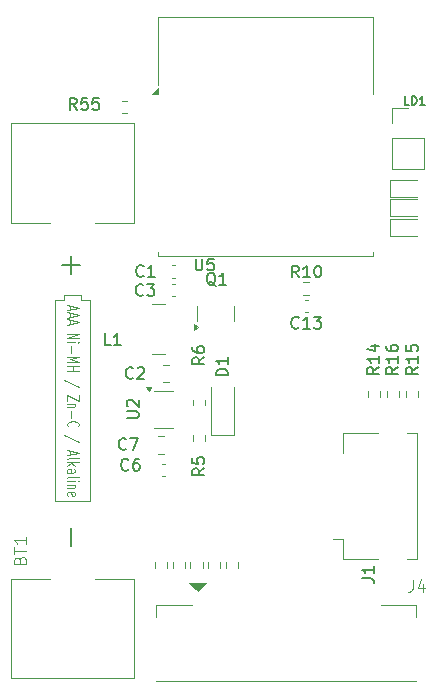
<source format=gbr>
%TF.GenerationSoftware,KiCad,Pcbnew,9.0.0-1.fc40*%
%TF.CreationDate,2025-03-21T22:07:14+01:00*%
%TF.ProjectId,airMouse-mcu,6169724d-6f75-4736-952d-6d63752e6b69,v1.0*%
%TF.SameCoordinates,Original*%
%TF.FileFunction,Legend,Top*%
%TF.FilePolarity,Positive*%
%FSLAX46Y46*%
G04 Gerber Fmt 4.6, Leading zero omitted, Abs format (unit mm)*
G04 Created by KiCad (PCBNEW 9.0.0-1.fc40) date 2025-03-21 22:07:14*
%MOMM*%
%LPD*%
G01*
G04 APERTURE LIST*
%ADD10C,0.100000*%
%ADD11C,0.200000*%
%ADD12C,0.150000*%
%ADD13C,0.120000*%
G04 APERTURE END LIST*
D10*
X133533609Y-116585714D02*
X133581228Y-116442857D01*
X133581228Y-116442857D02*
X133628847Y-116395238D01*
X133628847Y-116395238D02*
X133724085Y-116347619D01*
X133724085Y-116347619D02*
X133866942Y-116347619D01*
X133866942Y-116347619D02*
X133962180Y-116395238D01*
X133962180Y-116395238D02*
X134009800Y-116442857D01*
X134009800Y-116442857D02*
X134057419Y-116538095D01*
X134057419Y-116538095D02*
X134057419Y-116919047D01*
X134057419Y-116919047D02*
X133057419Y-116919047D01*
X133057419Y-116919047D02*
X133057419Y-116585714D01*
X133057419Y-116585714D02*
X133105038Y-116490476D01*
X133105038Y-116490476D02*
X133152657Y-116442857D01*
X133152657Y-116442857D02*
X133247895Y-116395238D01*
X133247895Y-116395238D02*
X133343133Y-116395238D01*
X133343133Y-116395238D02*
X133438371Y-116442857D01*
X133438371Y-116442857D02*
X133485990Y-116490476D01*
X133485990Y-116490476D02*
X133533609Y-116585714D01*
X133533609Y-116585714D02*
X133533609Y-116919047D01*
X133057419Y-116061904D02*
X133057419Y-115490476D01*
X134057419Y-115776190D02*
X133057419Y-115776190D01*
X134057419Y-114633333D02*
X134057419Y-115204761D01*
X134057419Y-114919047D02*
X133057419Y-114919047D01*
X133057419Y-114919047D02*
X133200276Y-115014285D01*
X133200276Y-115014285D02*
X133295514Y-115109523D01*
X133295514Y-115109523D02*
X133343133Y-115204761D01*
X137828295Y-95050001D02*
X137828295Y-95383334D01*
X137542580Y-94983334D02*
X138542580Y-95216668D01*
X138542580Y-95216668D02*
X137542580Y-95450001D01*
X137828295Y-95650001D02*
X137828295Y-95983334D01*
X137542580Y-95583334D02*
X138542580Y-95816668D01*
X138542580Y-95816668D02*
X137542580Y-96050001D01*
X137828295Y-96250001D02*
X137828295Y-96583334D01*
X137542580Y-96183334D02*
X138542580Y-96416668D01*
X138542580Y-96416668D02*
X137542580Y-96650001D01*
X137542580Y-97416667D02*
X138542580Y-97416667D01*
X138542580Y-97416667D02*
X137542580Y-97816667D01*
X137542580Y-97816667D02*
X138542580Y-97816667D01*
X137542580Y-98150000D02*
X138209247Y-98150000D01*
X138542580Y-98150000D02*
X138494961Y-98116667D01*
X138494961Y-98116667D02*
X138447342Y-98150000D01*
X138447342Y-98150000D02*
X138494961Y-98183334D01*
X138494961Y-98183334D02*
X138542580Y-98150000D01*
X138542580Y-98150000D02*
X138447342Y-98150000D01*
X137923533Y-98483333D02*
X137923533Y-99016667D01*
X137542580Y-99350000D02*
X138542580Y-99350000D01*
X138542580Y-99350000D02*
X137828295Y-99583334D01*
X137828295Y-99583334D02*
X138542580Y-99816667D01*
X138542580Y-99816667D02*
X137542580Y-99816667D01*
X137542580Y-100150000D02*
X138542580Y-100150000D01*
X138066390Y-100150000D02*
X138066390Y-100550000D01*
X137542580Y-100550000D02*
X138542580Y-100550000D01*
X138590200Y-101916666D02*
X137304485Y-101316666D01*
X138542580Y-102616666D02*
X138542580Y-103083332D01*
X138542580Y-103083332D02*
X137542580Y-102616666D01*
X137542580Y-102616666D02*
X137542580Y-103083332D01*
X138209247Y-103349999D02*
X137542580Y-103349999D01*
X138114009Y-103349999D02*
X138161628Y-103383333D01*
X138161628Y-103383333D02*
X138209247Y-103449999D01*
X138209247Y-103449999D02*
X138209247Y-103549999D01*
X138209247Y-103549999D02*
X138161628Y-103616666D01*
X138161628Y-103616666D02*
X138066390Y-103649999D01*
X138066390Y-103649999D02*
X137542580Y-103649999D01*
X137923533Y-103983332D02*
X137923533Y-104516666D01*
X137637819Y-105249999D02*
X137590200Y-105216666D01*
X137590200Y-105216666D02*
X137542580Y-105116666D01*
X137542580Y-105116666D02*
X137542580Y-105049999D01*
X137542580Y-105049999D02*
X137590200Y-104949999D01*
X137590200Y-104949999D02*
X137685438Y-104883333D01*
X137685438Y-104883333D02*
X137780676Y-104849999D01*
X137780676Y-104849999D02*
X137971152Y-104816666D01*
X137971152Y-104816666D02*
X138114009Y-104816666D01*
X138114009Y-104816666D02*
X138304485Y-104849999D01*
X138304485Y-104849999D02*
X138399723Y-104883333D01*
X138399723Y-104883333D02*
X138494961Y-104949999D01*
X138494961Y-104949999D02*
X138542580Y-105049999D01*
X138542580Y-105049999D02*
X138542580Y-105116666D01*
X138542580Y-105116666D02*
X138494961Y-105216666D01*
X138494961Y-105216666D02*
X138447342Y-105249999D01*
X138590200Y-106583332D02*
X137304485Y-105983332D01*
X137828295Y-107316665D02*
X137828295Y-107649998D01*
X137542580Y-107249998D02*
X138542580Y-107483332D01*
X138542580Y-107483332D02*
X137542580Y-107716665D01*
X137542580Y-108049998D02*
X137590200Y-107983332D01*
X137590200Y-107983332D02*
X137685438Y-107949998D01*
X137685438Y-107949998D02*
X138542580Y-107949998D01*
X137542580Y-108316665D02*
X138542580Y-108316665D01*
X137923533Y-108383332D02*
X137542580Y-108583332D01*
X138209247Y-108583332D02*
X137828295Y-108316665D01*
X137542580Y-109183332D02*
X138066390Y-109183332D01*
X138066390Y-109183332D02*
X138161628Y-109149999D01*
X138161628Y-109149999D02*
X138209247Y-109083332D01*
X138209247Y-109083332D02*
X138209247Y-108949999D01*
X138209247Y-108949999D02*
X138161628Y-108883332D01*
X137590200Y-109183332D02*
X137542580Y-109116666D01*
X137542580Y-109116666D02*
X137542580Y-108949999D01*
X137542580Y-108949999D02*
X137590200Y-108883332D01*
X137590200Y-108883332D02*
X137685438Y-108849999D01*
X137685438Y-108849999D02*
X137780676Y-108849999D01*
X137780676Y-108849999D02*
X137875914Y-108883332D01*
X137875914Y-108883332D02*
X137923533Y-108949999D01*
X137923533Y-108949999D02*
X137923533Y-109116666D01*
X137923533Y-109116666D02*
X137971152Y-109183332D01*
X137542580Y-109616665D02*
X137590200Y-109549999D01*
X137590200Y-109549999D02*
X137685438Y-109516665D01*
X137685438Y-109516665D02*
X138542580Y-109516665D01*
X137542580Y-109883332D02*
X138209247Y-109883332D01*
X138542580Y-109883332D02*
X138494961Y-109849999D01*
X138494961Y-109849999D02*
X138447342Y-109883332D01*
X138447342Y-109883332D02*
X138494961Y-109916666D01*
X138494961Y-109916666D02*
X138542580Y-109883332D01*
X138542580Y-109883332D02*
X138447342Y-109883332D01*
X138209247Y-110216665D02*
X137542580Y-110216665D01*
X138114009Y-110216665D02*
X138161628Y-110249999D01*
X138161628Y-110249999D02*
X138209247Y-110316665D01*
X138209247Y-110316665D02*
X138209247Y-110416665D01*
X138209247Y-110416665D02*
X138161628Y-110483332D01*
X138161628Y-110483332D02*
X138066390Y-110516665D01*
X138066390Y-110516665D02*
X137542580Y-110516665D01*
X137590200Y-111116665D02*
X137542580Y-111049998D01*
X137542580Y-111049998D02*
X137542580Y-110916665D01*
X137542580Y-110916665D02*
X137590200Y-110849998D01*
X137590200Y-110849998D02*
X137685438Y-110816665D01*
X137685438Y-110816665D02*
X138066390Y-110816665D01*
X138066390Y-110816665D02*
X138161628Y-110849998D01*
X138161628Y-110849998D02*
X138209247Y-110916665D01*
X138209247Y-110916665D02*
X138209247Y-111049998D01*
X138209247Y-111049998D02*
X138161628Y-111116665D01*
X138161628Y-111116665D02*
X138066390Y-111149998D01*
X138066390Y-111149998D02*
X137971152Y-111149998D01*
X137971152Y-111149998D02*
X137875914Y-110816665D01*
D11*
X137847066Y-113838095D02*
X137847066Y-115361905D01*
X137847066Y-90838095D02*
X137847066Y-92361905D01*
X137085161Y-91600000D02*
X138608971Y-91600000D01*
D12*
X148438095Y-91054819D02*
X148438095Y-91864342D01*
X148438095Y-91864342D02*
X148485714Y-91959580D01*
X148485714Y-91959580D02*
X148533333Y-92007200D01*
X148533333Y-92007200D02*
X148628571Y-92054819D01*
X148628571Y-92054819D02*
X148819047Y-92054819D01*
X148819047Y-92054819D02*
X148914285Y-92007200D01*
X148914285Y-92007200D02*
X148961904Y-91959580D01*
X148961904Y-91959580D02*
X149009523Y-91864342D01*
X149009523Y-91864342D02*
X149009523Y-91054819D01*
X149961904Y-91054819D02*
X149485714Y-91054819D01*
X149485714Y-91054819D02*
X149438095Y-91531009D01*
X149438095Y-91531009D02*
X149485714Y-91483390D01*
X149485714Y-91483390D02*
X149580952Y-91435771D01*
X149580952Y-91435771D02*
X149819047Y-91435771D01*
X149819047Y-91435771D02*
X149914285Y-91483390D01*
X149914285Y-91483390D02*
X149961904Y-91531009D01*
X149961904Y-91531009D02*
X150009523Y-91626247D01*
X150009523Y-91626247D02*
X150009523Y-91864342D01*
X150009523Y-91864342D02*
X149961904Y-91959580D01*
X149961904Y-91959580D02*
X149914285Y-92007200D01*
X149914285Y-92007200D02*
X149819047Y-92054819D01*
X149819047Y-92054819D02*
X149580952Y-92054819D01*
X149580952Y-92054819D02*
X149485714Y-92007200D01*
X149485714Y-92007200D02*
X149438095Y-91959580D01*
X142533333Y-107159580D02*
X142485714Y-107207200D01*
X142485714Y-107207200D02*
X142342857Y-107254819D01*
X142342857Y-107254819D02*
X142247619Y-107254819D01*
X142247619Y-107254819D02*
X142104762Y-107207200D01*
X142104762Y-107207200D02*
X142009524Y-107111961D01*
X142009524Y-107111961D02*
X141961905Y-107016723D01*
X141961905Y-107016723D02*
X141914286Y-106826247D01*
X141914286Y-106826247D02*
X141914286Y-106683390D01*
X141914286Y-106683390D02*
X141961905Y-106492914D01*
X141961905Y-106492914D02*
X142009524Y-106397676D01*
X142009524Y-106397676D02*
X142104762Y-106302438D01*
X142104762Y-106302438D02*
X142247619Y-106254819D01*
X142247619Y-106254819D02*
X142342857Y-106254819D01*
X142342857Y-106254819D02*
X142485714Y-106302438D01*
X142485714Y-106302438D02*
X142533333Y-106350057D01*
X142866667Y-106254819D02*
X143533333Y-106254819D01*
X143533333Y-106254819D02*
X143104762Y-107254819D01*
X138357142Y-78454819D02*
X138023809Y-77978628D01*
X137785714Y-78454819D02*
X137785714Y-77454819D01*
X137785714Y-77454819D02*
X138166666Y-77454819D01*
X138166666Y-77454819D02*
X138261904Y-77502438D01*
X138261904Y-77502438D02*
X138309523Y-77550057D01*
X138309523Y-77550057D02*
X138357142Y-77645295D01*
X138357142Y-77645295D02*
X138357142Y-77788152D01*
X138357142Y-77788152D02*
X138309523Y-77883390D01*
X138309523Y-77883390D02*
X138261904Y-77931009D01*
X138261904Y-77931009D02*
X138166666Y-77978628D01*
X138166666Y-77978628D02*
X137785714Y-77978628D01*
X139261904Y-77454819D02*
X138785714Y-77454819D01*
X138785714Y-77454819D02*
X138738095Y-77931009D01*
X138738095Y-77931009D02*
X138785714Y-77883390D01*
X138785714Y-77883390D02*
X138880952Y-77835771D01*
X138880952Y-77835771D02*
X139119047Y-77835771D01*
X139119047Y-77835771D02*
X139214285Y-77883390D01*
X139214285Y-77883390D02*
X139261904Y-77931009D01*
X139261904Y-77931009D02*
X139309523Y-78026247D01*
X139309523Y-78026247D02*
X139309523Y-78264342D01*
X139309523Y-78264342D02*
X139261904Y-78359580D01*
X139261904Y-78359580D02*
X139214285Y-78407200D01*
X139214285Y-78407200D02*
X139119047Y-78454819D01*
X139119047Y-78454819D02*
X138880952Y-78454819D01*
X138880952Y-78454819D02*
X138785714Y-78407200D01*
X138785714Y-78407200D02*
X138738095Y-78359580D01*
X140214285Y-77454819D02*
X139738095Y-77454819D01*
X139738095Y-77454819D02*
X139690476Y-77931009D01*
X139690476Y-77931009D02*
X139738095Y-77883390D01*
X139738095Y-77883390D02*
X139833333Y-77835771D01*
X139833333Y-77835771D02*
X140071428Y-77835771D01*
X140071428Y-77835771D02*
X140166666Y-77883390D01*
X140166666Y-77883390D02*
X140214285Y-77931009D01*
X140214285Y-77931009D02*
X140261904Y-78026247D01*
X140261904Y-78026247D02*
X140261904Y-78264342D01*
X140261904Y-78264342D02*
X140214285Y-78359580D01*
X140214285Y-78359580D02*
X140166666Y-78407200D01*
X140166666Y-78407200D02*
X140071428Y-78454819D01*
X140071428Y-78454819D02*
X139833333Y-78454819D01*
X139833333Y-78454819D02*
X139738095Y-78407200D01*
X139738095Y-78407200D02*
X139690476Y-78359580D01*
X141245833Y-98383418D02*
X140769643Y-98383418D01*
X140769643Y-98383418D02*
X140769643Y-97383418D01*
X142102976Y-98383418D02*
X141531548Y-98383418D01*
X141817262Y-98383418D02*
X141817262Y-97383418D01*
X141817262Y-97383418D02*
X141722024Y-97526275D01*
X141722024Y-97526275D02*
X141626786Y-97621513D01*
X141626786Y-97621513D02*
X141531548Y-97669132D01*
X144020833Y-92509580D02*
X143973214Y-92557200D01*
X143973214Y-92557200D02*
X143830357Y-92604819D01*
X143830357Y-92604819D02*
X143735119Y-92604819D01*
X143735119Y-92604819D02*
X143592262Y-92557200D01*
X143592262Y-92557200D02*
X143497024Y-92461961D01*
X143497024Y-92461961D02*
X143449405Y-92366723D01*
X143449405Y-92366723D02*
X143401786Y-92176247D01*
X143401786Y-92176247D02*
X143401786Y-92033390D01*
X143401786Y-92033390D02*
X143449405Y-91842914D01*
X143449405Y-91842914D02*
X143497024Y-91747676D01*
X143497024Y-91747676D02*
X143592262Y-91652438D01*
X143592262Y-91652438D02*
X143735119Y-91604819D01*
X143735119Y-91604819D02*
X143830357Y-91604819D01*
X143830357Y-91604819D02*
X143973214Y-91652438D01*
X143973214Y-91652438D02*
X144020833Y-91700057D01*
X144973214Y-92604819D02*
X144401786Y-92604819D01*
X144687500Y-92604819D02*
X144687500Y-91604819D01*
X144687500Y-91604819D02*
X144592262Y-91747676D01*
X144592262Y-91747676D02*
X144497024Y-91842914D01*
X144497024Y-91842914D02*
X144401786Y-91890533D01*
X167254819Y-100242857D02*
X166778628Y-100576190D01*
X167254819Y-100814285D02*
X166254819Y-100814285D01*
X166254819Y-100814285D02*
X166254819Y-100433333D01*
X166254819Y-100433333D02*
X166302438Y-100338095D01*
X166302438Y-100338095D02*
X166350057Y-100290476D01*
X166350057Y-100290476D02*
X166445295Y-100242857D01*
X166445295Y-100242857D02*
X166588152Y-100242857D01*
X166588152Y-100242857D02*
X166683390Y-100290476D01*
X166683390Y-100290476D02*
X166731009Y-100338095D01*
X166731009Y-100338095D02*
X166778628Y-100433333D01*
X166778628Y-100433333D02*
X166778628Y-100814285D01*
X167254819Y-99290476D02*
X167254819Y-99861904D01*
X167254819Y-99576190D02*
X166254819Y-99576190D01*
X166254819Y-99576190D02*
X166397676Y-99671428D01*
X166397676Y-99671428D02*
X166492914Y-99766666D01*
X166492914Y-99766666D02*
X166540533Y-99861904D01*
X166254819Y-98385714D02*
X166254819Y-98861904D01*
X166254819Y-98861904D02*
X166731009Y-98909523D01*
X166731009Y-98909523D02*
X166683390Y-98861904D01*
X166683390Y-98861904D02*
X166635771Y-98766666D01*
X166635771Y-98766666D02*
X166635771Y-98528571D01*
X166635771Y-98528571D02*
X166683390Y-98433333D01*
X166683390Y-98433333D02*
X166731009Y-98385714D01*
X166731009Y-98385714D02*
X166826247Y-98338095D01*
X166826247Y-98338095D02*
X167064342Y-98338095D01*
X167064342Y-98338095D02*
X167159580Y-98385714D01*
X167159580Y-98385714D02*
X167207200Y-98433333D01*
X167207200Y-98433333D02*
X167254819Y-98528571D01*
X167254819Y-98528571D02*
X167254819Y-98766666D01*
X167254819Y-98766666D02*
X167207200Y-98861904D01*
X167207200Y-98861904D02*
X167159580Y-98909523D01*
X143995833Y-94109580D02*
X143948214Y-94157200D01*
X143948214Y-94157200D02*
X143805357Y-94204819D01*
X143805357Y-94204819D02*
X143710119Y-94204819D01*
X143710119Y-94204819D02*
X143567262Y-94157200D01*
X143567262Y-94157200D02*
X143472024Y-94061961D01*
X143472024Y-94061961D02*
X143424405Y-93966723D01*
X143424405Y-93966723D02*
X143376786Y-93776247D01*
X143376786Y-93776247D02*
X143376786Y-93633390D01*
X143376786Y-93633390D02*
X143424405Y-93442914D01*
X143424405Y-93442914D02*
X143472024Y-93347676D01*
X143472024Y-93347676D02*
X143567262Y-93252438D01*
X143567262Y-93252438D02*
X143710119Y-93204819D01*
X143710119Y-93204819D02*
X143805357Y-93204819D01*
X143805357Y-93204819D02*
X143948214Y-93252438D01*
X143948214Y-93252438D02*
X143995833Y-93300057D01*
X144329167Y-93204819D02*
X144948214Y-93204819D01*
X144948214Y-93204819D02*
X144614881Y-93585771D01*
X144614881Y-93585771D02*
X144757738Y-93585771D01*
X144757738Y-93585771D02*
X144852976Y-93633390D01*
X144852976Y-93633390D02*
X144900595Y-93681009D01*
X144900595Y-93681009D02*
X144948214Y-93776247D01*
X144948214Y-93776247D02*
X144948214Y-94014342D01*
X144948214Y-94014342D02*
X144900595Y-94109580D01*
X144900595Y-94109580D02*
X144852976Y-94157200D01*
X144852976Y-94157200D02*
X144757738Y-94204819D01*
X144757738Y-94204819D02*
X144472024Y-94204819D01*
X144472024Y-94204819D02*
X144376786Y-94157200D01*
X144376786Y-94157200D02*
X144329167Y-94109580D01*
X157157142Y-96889580D02*
X157109523Y-96937200D01*
X157109523Y-96937200D02*
X156966666Y-96984819D01*
X156966666Y-96984819D02*
X156871428Y-96984819D01*
X156871428Y-96984819D02*
X156728571Y-96937200D01*
X156728571Y-96937200D02*
X156633333Y-96841961D01*
X156633333Y-96841961D02*
X156585714Y-96746723D01*
X156585714Y-96746723D02*
X156538095Y-96556247D01*
X156538095Y-96556247D02*
X156538095Y-96413390D01*
X156538095Y-96413390D02*
X156585714Y-96222914D01*
X156585714Y-96222914D02*
X156633333Y-96127676D01*
X156633333Y-96127676D02*
X156728571Y-96032438D01*
X156728571Y-96032438D02*
X156871428Y-95984819D01*
X156871428Y-95984819D02*
X156966666Y-95984819D01*
X156966666Y-95984819D02*
X157109523Y-96032438D01*
X157109523Y-96032438D02*
X157157142Y-96080057D01*
X158109523Y-96984819D02*
X157538095Y-96984819D01*
X157823809Y-96984819D02*
X157823809Y-95984819D01*
X157823809Y-95984819D02*
X157728571Y-96127676D01*
X157728571Y-96127676D02*
X157633333Y-96222914D01*
X157633333Y-96222914D02*
X157538095Y-96270533D01*
X158442857Y-95984819D02*
X159061904Y-95984819D01*
X159061904Y-95984819D02*
X158728571Y-96365771D01*
X158728571Y-96365771D02*
X158871428Y-96365771D01*
X158871428Y-96365771D02*
X158966666Y-96413390D01*
X158966666Y-96413390D02*
X159014285Y-96461009D01*
X159014285Y-96461009D02*
X159061904Y-96556247D01*
X159061904Y-96556247D02*
X159061904Y-96794342D01*
X159061904Y-96794342D02*
X159014285Y-96889580D01*
X159014285Y-96889580D02*
X158966666Y-96937200D01*
X158966666Y-96937200D02*
X158871428Y-96984819D01*
X158871428Y-96984819D02*
X158585714Y-96984819D01*
X158585714Y-96984819D02*
X158490476Y-96937200D01*
X158490476Y-96937200D02*
X158442857Y-96889580D01*
D10*
X166816666Y-118244919D02*
X166816666Y-118959204D01*
X166816666Y-118959204D02*
X166769047Y-119102061D01*
X166769047Y-119102061D02*
X166673809Y-119197300D01*
X166673809Y-119197300D02*
X166530952Y-119244919D01*
X166530952Y-119244919D02*
X166435714Y-119244919D01*
X167721428Y-118578252D02*
X167721428Y-119244919D01*
X167483333Y-118197300D02*
X167245238Y-118911585D01*
X167245238Y-118911585D02*
X167864285Y-118911585D01*
D12*
X150117261Y-93350057D02*
X150022023Y-93302438D01*
X150022023Y-93302438D02*
X149926785Y-93207200D01*
X149926785Y-93207200D02*
X149783928Y-93064342D01*
X149783928Y-93064342D02*
X149688690Y-93016723D01*
X149688690Y-93016723D02*
X149593452Y-93016723D01*
X149641071Y-93254819D02*
X149545833Y-93207200D01*
X149545833Y-93207200D02*
X149450595Y-93111961D01*
X149450595Y-93111961D02*
X149402976Y-92921485D01*
X149402976Y-92921485D02*
X149402976Y-92588152D01*
X149402976Y-92588152D02*
X149450595Y-92397676D01*
X149450595Y-92397676D02*
X149545833Y-92302438D01*
X149545833Y-92302438D02*
X149641071Y-92254819D01*
X149641071Y-92254819D02*
X149831547Y-92254819D01*
X149831547Y-92254819D02*
X149926785Y-92302438D01*
X149926785Y-92302438D02*
X150022023Y-92397676D01*
X150022023Y-92397676D02*
X150069642Y-92588152D01*
X150069642Y-92588152D02*
X150069642Y-92921485D01*
X150069642Y-92921485D02*
X150022023Y-93111961D01*
X150022023Y-93111961D02*
X149926785Y-93207200D01*
X149926785Y-93207200D02*
X149831547Y-93254819D01*
X149831547Y-93254819D02*
X149641071Y-93254819D01*
X151022023Y-93254819D02*
X150450595Y-93254819D01*
X150736309Y-93254819D02*
X150736309Y-92254819D01*
X150736309Y-92254819D02*
X150641071Y-92397676D01*
X150641071Y-92397676D02*
X150545833Y-92492914D01*
X150545833Y-92492914D02*
X150450595Y-92540533D01*
X165554819Y-100242857D02*
X165078628Y-100576190D01*
X165554819Y-100814285D02*
X164554819Y-100814285D01*
X164554819Y-100814285D02*
X164554819Y-100433333D01*
X164554819Y-100433333D02*
X164602438Y-100338095D01*
X164602438Y-100338095D02*
X164650057Y-100290476D01*
X164650057Y-100290476D02*
X164745295Y-100242857D01*
X164745295Y-100242857D02*
X164888152Y-100242857D01*
X164888152Y-100242857D02*
X164983390Y-100290476D01*
X164983390Y-100290476D02*
X165031009Y-100338095D01*
X165031009Y-100338095D02*
X165078628Y-100433333D01*
X165078628Y-100433333D02*
X165078628Y-100814285D01*
X165554819Y-99290476D02*
X165554819Y-99861904D01*
X165554819Y-99576190D02*
X164554819Y-99576190D01*
X164554819Y-99576190D02*
X164697676Y-99671428D01*
X164697676Y-99671428D02*
X164792914Y-99766666D01*
X164792914Y-99766666D02*
X164840533Y-99861904D01*
X164554819Y-98433333D02*
X164554819Y-98623809D01*
X164554819Y-98623809D02*
X164602438Y-98719047D01*
X164602438Y-98719047D02*
X164650057Y-98766666D01*
X164650057Y-98766666D02*
X164792914Y-98861904D01*
X164792914Y-98861904D02*
X164983390Y-98909523D01*
X164983390Y-98909523D02*
X165364342Y-98909523D01*
X165364342Y-98909523D02*
X165459580Y-98861904D01*
X165459580Y-98861904D02*
X165507200Y-98814285D01*
X165507200Y-98814285D02*
X165554819Y-98719047D01*
X165554819Y-98719047D02*
X165554819Y-98528571D01*
X165554819Y-98528571D02*
X165507200Y-98433333D01*
X165507200Y-98433333D02*
X165459580Y-98385714D01*
X165459580Y-98385714D02*
X165364342Y-98338095D01*
X165364342Y-98338095D02*
X165126247Y-98338095D01*
X165126247Y-98338095D02*
X165031009Y-98385714D01*
X165031009Y-98385714D02*
X164983390Y-98433333D01*
X164983390Y-98433333D02*
X164935771Y-98528571D01*
X164935771Y-98528571D02*
X164935771Y-98719047D01*
X164935771Y-98719047D02*
X164983390Y-98814285D01*
X164983390Y-98814285D02*
X165031009Y-98861904D01*
X165031009Y-98861904D02*
X165126247Y-98909523D01*
X163954819Y-100242857D02*
X163478628Y-100576190D01*
X163954819Y-100814285D02*
X162954819Y-100814285D01*
X162954819Y-100814285D02*
X162954819Y-100433333D01*
X162954819Y-100433333D02*
X163002438Y-100338095D01*
X163002438Y-100338095D02*
X163050057Y-100290476D01*
X163050057Y-100290476D02*
X163145295Y-100242857D01*
X163145295Y-100242857D02*
X163288152Y-100242857D01*
X163288152Y-100242857D02*
X163383390Y-100290476D01*
X163383390Y-100290476D02*
X163431009Y-100338095D01*
X163431009Y-100338095D02*
X163478628Y-100433333D01*
X163478628Y-100433333D02*
X163478628Y-100814285D01*
X163954819Y-99290476D02*
X163954819Y-99861904D01*
X163954819Y-99576190D02*
X162954819Y-99576190D01*
X162954819Y-99576190D02*
X163097676Y-99671428D01*
X163097676Y-99671428D02*
X163192914Y-99766666D01*
X163192914Y-99766666D02*
X163240533Y-99861904D01*
X163288152Y-98433333D02*
X163954819Y-98433333D01*
X162907200Y-98671428D02*
X163621485Y-98909523D01*
X163621485Y-98909523D02*
X163621485Y-98290476D01*
X151167319Y-100938094D02*
X150167319Y-100938094D01*
X150167319Y-100938094D02*
X150167319Y-100699999D01*
X150167319Y-100699999D02*
X150214938Y-100557142D01*
X150214938Y-100557142D02*
X150310176Y-100461904D01*
X150310176Y-100461904D02*
X150405414Y-100414285D01*
X150405414Y-100414285D02*
X150595890Y-100366666D01*
X150595890Y-100366666D02*
X150738747Y-100366666D01*
X150738747Y-100366666D02*
X150929223Y-100414285D01*
X150929223Y-100414285D02*
X151024461Y-100461904D01*
X151024461Y-100461904D02*
X151119700Y-100557142D01*
X151119700Y-100557142D02*
X151167319Y-100699999D01*
X151167319Y-100699999D02*
X151167319Y-100938094D01*
X151167319Y-99414285D02*
X151167319Y-99985713D01*
X151167319Y-99699999D02*
X150167319Y-99699999D01*
X150167319Y-99699999D02*
X150310176Y-99795237D01*
X150310176Y-99795237D02*
X150405414Y-99890475D01*
X150405414Y-99890475D02*
X150453033Y-99985713D01*
X157157142Y-92654819D02*
X156823809Y-92178628D01*
X156585714Y-92654819D02*
X156585714Y-91654819D01*
X156585714Y-91654819D02*
X156966666Y-91654819D01*
X156966666Y-91654819D02*
X157061904Y-91702438D01*
X157061904Y-91702438D02*
X157109523Y-91750057D01*
X157109523Y-91750057D02*
X157157142Y-91845295D01*
X157157142Y-91845295D02*
X157157142Y-91988152D01*
X157157142Y-91988152D02*
X157109523Y-92083390D01*
X157109523Y-92083390D02*
X157061904Y-92131009D01*
X157061904Y-92131009D02*
X156966666Y-92178628D01*
X156966666Y-92178628D02*
X156585714Y-92178628D01*
X158109523Y-92654819D02*
X157538095Y-92654819D01*
X157823809Y-92654819D02*
X157823809Y-91654819D01*
X157823809Y-91654819D02*
X157728571Y-91797676D01*
X157728571Y-91797676D02*
X157633333Y-91892914D01*
X157633333Y-91892914D02*
X157538095Y-91940533D01*
X158728571Y-91654819D02*
X158823809Y-91654819D01*
X158823809Y-91654819D02*
X158919047Y-91702438D01*
X158919047Y-91702438D02*
X158966666Y-91750057D01*
X158966666Y-91750057D02*
X159014285Y-91845295D01*
X159014285Y-91845295D02*
X159061904Y-92035771D01*
X159061904Y-92035771D02*
X159061904Y-92273866D01*
X159061904Y-92273866D02*
X159014285Y-92464342D01*
X159014285Y-92464342D02*
X158966666Y-92559580D01*
X158966666Y-92559580D02*
X158919047Y-92607200D01*
X158919047Y-92607200D02*
X158823809Y-92654819D01*
X158823809Y-92654819D02*
X158728571Y-92654819D01*
X158728571Y-92654819D02*
X158633333Y-92607200D01*
X158633333Y-92607200D02*
X158585714Y-92559580D01*
X158585714Y-92559580D02*
X158538095Y-92464342D01*
X158538095Y-92464342D02*
X158490476Y-92273866D01*
X158490476Y-92273866D02*
X158490476Y-92035771D01*
X158490476Y-92035771D02*
X158538095Y-91845295D01*
X158538095Y-91845295D02*
X158585714Y-91750057D01*
X158585714Y-91750057D02*
X158633333Y-91702438D01*
X158633333Y-91702438D02*
X158728571Y-91654819D01*
X142604819Y-104561904D02*
X143414342Y-104561904D01*
X143414342Y-104561904D02*
X143509580Y-104514285D01*
X143509580Y-104514285D02*
X143557200Y-104466666D01*
X143557200Y-104466666D02*
X143604819Y-104371428D01*
X143604819Y-104371428D02*
X143604819Y-104180952D01*
X143604819Y-104180952D02*
X143557200Y-104085714D01*
X143557200Y-104085714D02*
X143509580Y-104038095D01*
X143509580Y-104038095D02*
X143414342Y-103990476D01*
X143414342Y-103990476D02*
X142604819Y-103990476D01*
X142700057Y-103561904D02*
X142652438Y-103514285D01*
X142652438Y-103514285D02*
X142604819Y-103419047D01*
X142604819Y-103419047D02*
X142604819Y-103180952D01*
X142604819Y-103180952D02*
X142652438Y-103085714D01*
X142652438Y-103085714D02*
X142700057Y-103038095D01*
X142700057Y-103038095D02*
X142795295Y-102990476D01*
X142795295Y-102990476D02*
X142890533Y-102990476D01*
X142890533Y-102990476D02*
X143033390Y-103038095D01*
X143033390Y-103038095D02*
X143604819Y-103609523D01*
X143604819Y-103609523D02*
X143604819Y-102990476D01*
X149167319Y-108816666D02*
X148691128Y-109149999D01*
X149167319Y-109388094D02*
X148167319Y-109388094D01*
X148167319Y-109388094D02*
X148167319Y-109007142D01*
X148167319Y-109007142D02*
X148214938Y-108911904D01*
X148214938Y-108911904D02*
X148262557Y-108864285D01*
X148262557Y-108864285D02*
X148357795Y-108816666D01*
X148357795Y-108816666D02*
X148500652Y-108816666D01*
X148500652Y-108816666D02*
X148595890Y-108864285D01*
X148595890Y-108864285D02*
X148643509Y-108911904D01*
X148643509Y-108911904D02*
X148691128Y-109007142D01*
X148691128Y-109007142D02*
X148691128Y-109388094D01*
X148167319Y-107911904D02*
X148167319Y-108388094D01*
X148167319Y-108388094D02*
X148643509Y-108435713D01*
X148643509Y-108435713D02*
X148595890Y-108388094D01*
X148595890Y-108388094D02*
X148548271Y-108292856D01*
X148548271Y-108292856D02*
X148548271Y-108054761D01*
X148548271Y-108054761D02*
X148595890Y-107959523D01*
X148595890Y-107959523D02*
X148643509Y-107911904D01*
X148643509Y-107911904D02*
X148738747Y-107864285D01*
X148738747Y-107864285D02*
X148976842Y-107864285D01*
X148976842Y-107864285D02*
X149072080Y-107911904D01*
X149072080Y-107911904D02*
X149119700Y-107959523D01*
X149119700Y-107959523D02*
X149167319Y-108054761D01*
X149167319Y-108054761D02*
X149167319Y-108292856D01*
X149167319Y-108292856D02*
X149119700Y-108388094D01*
X149119700Y-108388094D02*
X149072080Y-108435713D01*
X149167319Y-99416666D02*
X148691128Y-99749999D01*
X149167319Y-99988094D02*
X148167319Y-99988094D01*
X148167319Y-99988094D02*
X148167319Y-99607142D01*
X148167319Y-99607142D02*
X148214938Y-99511904D01*
X148214938Y-99511904D02*
X148262557Y-99464285D01*
X148262557Y-99464285D02*
X148357795Y-99416666D01*
X148357795Y-99416666D02*
X148500652Y-99416666D01*
X148500652Y-99416666D02*
X148595890Y-99464285D01*
X148595890Y-99464285D02*
X148643509Y-99511904D01*
X148643509Y-99511904D02*
X148691128Y-99607142D01*
X148691128Y-99607142D02*
X148691128Y-99988094D01*
X148167319Y-98559523D02*
X148167319Y-98749999D01*
X148167319Y-98749999D02*
X148214938Y-98845237D01*
X148214938Y-98845237D02*
X148262557Y-98892856D01*
X148262557Y-98892856D02*
X148405414Y-98988094D01*
X148405414Y-98988094D02*
X148595890Y-99035713D01*
X148595890Y-99035713D02*
X148976842Y-99035713D01*
X148976842Y-99035713D02*
X149072080Y-98988094D01*
X149072080Y-98988094D02*
X149119700Y-98940475D01*
X149119700Y-98940475D02*
X149167319Y-98845237D01*
X149167319Y-98845237D02*
X149167319Y-98654761D01*
X149167319Y-98654761D02*
X149119700Y-98559523D01*
X149119700Y-98559523D02*
X149072080Y-98511904D01*
X149072080Y-98511904D02*
X148976842Y-98464285D01*
X148976842Y-98464285D02*
X148738747Y-98464285D01*
X148738747Y-98464285D02*
X148643509Y-98511904D01*
X148643509Y-98511904D02*
X148595890Y-98559523D01*
X148595890Y-98559523D02*
X148548271Y-98654761D01*
X148548271Y-98654761D02*
X148548271Y-98845237D01*
X148548271Y-98845237D02*
X148595890Y-98940475D01*
X148595890Y-98940475D02*
X148643509Y-98988094D01*
X148643509Y-98988094D02*
X148738747Y-99035713D01*
X166533333Y-78016033D02*
X166199999Y-78016033D01*
X166199999Y-78016033D02*
X166199999Y-77316033D01*
X166766666Y-78016033D02*
X166766666Y-77316033D01*
X166766666Y-77316033D02*
X166933333Y-77316033D01*
X166933333Y-77316033D02*
X167033333Y-77349366D01*
X167033333Y-77349366D02*
X167100000Y-77416033D01*
X167100000Y-77416033D02*
X167133333Y-77482700D01*
X167133333Y-77482700D02*
X167166666Y-77616033D01*
X167166666Y-77616033D02*
X167166666Y-77716033D01*
X167166666Y-77716033D02*
X167133333Y-77849366D01*
X167133333Y-77849366D02*
X167100000Y-77916033D01*
X167100000Y-77916033D02*
X167033333Y-77982700D01*
X167033333Y-77982700D02*
X166933333Y-78016033D01*
X166933333Y-78016033D02*
X166766666Y-78016033D01*
X167833333Y-78016033D02*
X167433333Y-78016033D01*
X167633333Y-78016033D02*
X167633333Y-77316033D01*
X167633333Y-77316033D02*
X167566666Y-77416033D01*
X167566666Y-77416033D02*
X167500000Y-77482700D01*
X167500000Y-77482700D02*
X167433333Y-77516033D01*
X143133333Y-101159580D02*
X143085714Y-101207200D01*
X143085714Y-101207200D02*
X142942857Y-101254819D01*
X142942857Y-101254819D02*
X142847619Y-101254819D01*
X142847619Y-101254819D02*
X142704762Y-101207200D01*
X142704762Y-101207200D02*
X142609524Y-101111961D01*
X142609524Y-101111961D02*
X142561905Y-101016723D01*
X142561905Y-101016723D02*
X142514286Y-100826247D01*
X142514286Y-100826247D02*
X142514286Y-100683390D01*
X142514286Y-100683390D02*
X142561905Y-100492914D01*
X142561905Y-100492914D02*
X142609524Y-100397676D01*
X142609524Y-100397676D02*
X142704762Y-100302438D01*
X142704762Y-100302438D02*
X142847619Y-100254819D01*
X142847619Y-100254819D02*
X142942857Y-100254819D01*
X142942857Y-100254819D02*
X143085714Y-100302438D01*
X143085714Y-100302438D02*
X143133333Y-100350057D01*
X143514286Y-100350057D02*
X143561905Y-100302438D01*
X143561905Y-100302438D02*
X143657143Y-100254819D01*
X143657143Y-100254819D02*
X143895238Y-100254819D01*
X143895238Y-100254819D02*
X143990476Y-100302438D01*
X143990476Y-100302438D02*
X144038095Y-100350057D01*
X144038095Y-100350057D02*
X144085714Y-100445295D01*
X144085714Y-100445295D02*
X144085714Y-100540533D01*
X144085714Y-100540533D02*
X144038095Y-100683390D01*
X144038095Y-100683390D02*
X143466667Y-101254819D01*
X143466667Y-101254819D02*
X144085714Y-101254819D01*
X162514819Y-118101932D02*
X163229104Y-118101932D01*
X163229104Y-118101932D02*
X163371961Y-118149551D01*
X163371961Y-118149551D02*
X163467200Y-118244789D01*
X163467200Y-118244789D02*
X163514819Y-118387646D01*
X163514819Y-118387646D02*
X163514819Y-118482884D01*
X163514819Y-117101932D02*
X163514819Y-117673360D01*
X163514819Y-117387646D02*
X162514819Y-117387646D01*
X162514819Y-117387646D02*
X162657676Y-117482884D01*
X162657676Y-117482884D02*
X162752914Y-117578122D01*
X162752914Y-117578122D02*
X162800533Y-117673360D01*
X142745833Y-108909580D02*
X142698214Y-108957200D01*
X142698214Y-108957200D02*
X142555357Y-109004819D01*
X142555357Y-109004819D02*
X142460119Y-109004819D01*
X142460119Y-109004819D02*
X142317262Y-108957200D01*
X142317262Y-108957200D02*
X142222024Y-108861961D01*
X142222024Y-108861961D02*
X142174405Y-108766723D01*
X142174405Y-108766723D02*
X142126786Y-108576247D01*
X142126786Y-108576247D02*
X142126786Y-108433390D01*
X142126786Y-108433390D02*
X142174405Y-108242914D01*
X142174405Y-108242914D02*
X142222024Y-108147676D01*
X142222024Y-108147676D02*
X142317262Y-108052438D01*
X142317262Y-108052438D02*
X142460119Y-108004819D01*
X142460119Y-108004819D02*
X142555357Y-108004819D01*
X142555357Y-108004819D02*
X142698214Y-108052438D01*
X142698214Y-108052438D02*
X142745833Y-108100057D01*
X143602976Y-108004819D02*
X143412500Y-108004819D01*
X143412500Y-108004819D02*
X143317262Y-108052438D01*
X143317262Y-108052438D02*
X143269643Y-108100057D01*
X143269643Y-108100057D02*
X143174405Y-108242914D01*
X143174405Y-108242914D02*
X143126786Y-108433390D01*
X143126786Y-108433390D02*
X143126786Y-108814342D01*
X143126786Y-108814342D02*
X143174405Y-108909580D01*
X143174405Y-108909580D02*
X143222024Y-108957200D01*
X143222024Y-108957200D02*
X143317262Y-109004819D01*
X143317262Y-109004819D02*
X143507738Y-109004819D01*
X143507738Y-109004819D02*
X143602976Y-108957200D01*
X143602976Y-108957200D02*
X143650595Y-108909580D01*
X143650595Y-108909580D02*
X143698214Y-108814342D01*
X143698214Y-108814342D02*
X143698214Y-108576247D01*
X143698214Y-108576247D02*
X143650595Y-108481009D01*
X143650595Y-108481009D02*
X143602976Y-108433390D01*
X143602976Y-108433390D02*
X143507738Y-108385771D01*
X143507738Y-108385771D02*
X143317262Y-108385771D01*
X143317262Y-108385771D02*
X143222024Y-108433390D01*
X143222024Y-108433390D02*
X143174405Y-108481009D01*
X143174405Y-108481009D02*
X143126786Y-108576247D01*
D13*
%TO.C,D3*%
X167200000Y-87665000D02*
X164915000Y-87665000D01*
X164915000Y-89135000D02*
X167200000Y-89135000D01*
X164915000Y-87665000D02*
X164915000Y-89135000D01*
%TO.C,D4*%
X167200000Y-86015000D02*
X164915000Y-86015000D01*
X164915000Y-87485000D02*
X167200000Y-87485000D01*
X164915000Y-86015000D02*
X164915000Y-87485000D01*
%TO.C,D2*%
X167200000Y-84365000D02*
X164915000Y-84365000D01*
X164915000Y-85835000D02*
X167200000Y-85835000D01*
X164915000Y-84365000D02*
X164915000Y-85835000D01*
D10*
%TO.C,BT1*%
X132800000Y-126600000D02*
X143200000Y-126600000D01*
X132800000Y-118200000D02*
X132800000Y-126600000D01*
X136100000Y-118200000D02*
X132800000Y-118200000D01*
X143200000Y-118200000D02*
X143200000Y-126600000D01*
X143200000Y-118200000D02*
X139900000Y-118200000D01*
X136500000Y-111600000D02*
X136500000Y-94600000D01*
X139500000Y-111600000D02*
X136500000Y-111600000D01*
X137250000Y-94600000D02*
X136500000Y-94600000D01*
X138750000Y-94600000D02*
X138750000Y-94100000D01*
X139500000Y-94600000D02*
X139500000Y-111600000D01*
X139500000Y-94600000D02*
X138750000Y-94600000D01*
X137250000Y-94100000D02*
X137250000Y-94600000D01*
X138750000Y-94100000D02*
X137250000Y-94100000D01*
X132800000Y-88000000D02*
X136100000Y-88000000D01*
X132800000Y-88000000D02*
X132800000Y-79600000D01*
X139900000Y-88000000D02*
X143200000Y-88000000D01*
X143200000Y-88000000D02*
X143200000Y-79600000D01*
X143200000Y-79600000D02*
X132800000Y-79600000D01*
D13*
%TO.C,U5*%
X145240000Y-70590000D02*
X145240000Y-76400000D01*
X145240000Y-70590000D02*
X163460000Y-70590000D01*
X145240000Y-90510000D02*
X145240000Y-90810000D01*
X145240000Y-90810000D02*
X163460000Y-90810000D01*
X163460000Y-70590000D02*
X163460000Y-77090000D01*
X163460000Y-90510000D02*
X163460000Y-90810000D01*
X145250000Y-77100000D02*
X144750000Y-77100000D01*
X145250000Y-76600000D01*
X145250000Y-77100000D01*
G36*
X145250000Y-77100000D02*
G01*
X144750000Y-77100000D01*
X145250000Y-76600000D01*
X145250000Y-77100000D01*
G37*
%TO.C,C7*%
X145773752Y-107585000D02*
X145251248Y-107585000D01*
X145773752Y-106115000D02*
X145251248Y-106115000D01*
%TO.C,R55*%
X142187742Y-77677500D02*
X142662258Y-77677500D01*
X142187742Y-78722500D02*
X142662258Y-78722500D01*
%TO.C,L1*%
X145862500Y-99160000D02*
X144762500Y-99160000D01*
X145862500Y-94940000D02*
X144762500Y-94940000D01*
%TO.C,C1*%
X146728080Y-92660000D02*
X146446920Y-92660000D01*
X146728080Y-91640000D02*
X146446920Y-91640000D01*
%TO.C,R15*%
X167272500Y-102262742D02*
X167272500Y-102737258D01*
X166227500Y-102262742D02*
X166227500Y-102737258D01*
%TO.C,C3*%
X146728080Y-94260000D02*
X146446920Y-94260000D01*
X146728080Y-93240000D02*
X146446920Y-93240000D01*
%TO.C,C13*%
X157940580Y-94590000D02*
X157659420Y-94590000D01*
X157940580Y-95610000D02*
X157659420Y-95610000D01*
D10*
%TO.C,J4*%
X145100000Y-120400000D02*
X145100000Y-121400000D01*
X145100000Y-126800000D02*
X167100000Y-126800000D01*
X148100000Y-120400000D02*
X145100000Y-120400000D01*
X164100000Y-120400000D02*
X167100000Y-120400000D01*
X167100000Y-120400000D02*
X167100000Y-121400000D01*
X148600000Y-119200000D02*
X147900000Y-118500000D01*
X149300000Y-118500000D01*
X148600000Y-119200000D01*
G36*
X148600000Y-119200000D02*
G01*
X147900000Y-118500000D01*
X149300000Y-118500000D01*
X148600000Y-119200000D01*
G37*
D13*
%TO.C,R22*%
X147977500Y-116762742D02*
X147977500Y-117237258D01*
X149022500Y-116762742D02*
X149022500Y-117237258D01*
%TO.C,Q1*%
X151672500Y-95712500D02*
X151672500Y-96362500D01*
X151672500Y-95712500D02*
X151672500Y-95062500D01*
X148552500Y-95712500D02*
X148552500Y-96362500D01*
X148552500Y-95712500D02*
X148552500Y-95062500D01*
X148602500Y-96875000D02*
X148272500Y-97115000D01*
X148272500Y-96635000D01*
X148602500Y-96875000D01*
G36*
X148602500Y-96875000D02*
G01*
X148272500Y-97115000D01*
X148272500Y-96635000D01*
X148602500Y-96875000D01*
G37*
%TO.C,R16*%
X165672500Y-102262742D02*
X165672500Y-102737258D01*
X164627500Y-102262742D02*
X164627500Y-102737258D01*
%TO.C,R14*%
X164072500Y-102262742D02*
X164072500Y-102737258D01*
X163027500Y-102262742D02*
X163027500Y-102737258D01*
%TO.C,D1*%
X151712500Y-105960000D02*
X151712500Y-101950000D01*
X149712500Y-105960000D02*
X151712500Y-105960000D01*
X149712500Y-105960000D02*
X149712500Y-101950000D01*
%TO.C,R10*%
X158037258Y-94122500D02*
X157562742Y-94122500D01*
X158037258Y-93077500D02*
X157562742Y-93077500D01*
%TO.C,U2*%
X145750000Y-105360000D02*
X146550000Y-105360000D01*
X145750000Y-105360000D02*
X144950000Y-105360000D01*
X145750000Y-102240000D02*
X146550000Y-102240000D01*
X145750000Y-102240000D02*
X144950000Y-102240000D01*
X144450000Y-102290000D02*
X144210000Y-101960000D01*
X144690000Y-101960000D01*
X144450000Y-102290000D01*
G36*
X144450000Y-102290000D02*
G01*
X144210000Y-101960000D01*
X144690000Y-101960000D01*
X144450000Y-102290000D01*
G37*
%TO.C,R21*%
X149477500Y-116762742D02*
X149477500Y-117237258D01*
X150522500Y-116762742D02*
X150522500Y-117237258D01*
%TO.C,R23*%
X146477500Y-116762742D02*
X146477500Y-117237258D01*
X147522500Y-116762742D02*
X147522500Y-117237258D01*
%TO.C,R5*%
X149235000Y-106487258D02*
X149235000Y-106012742D01*
X148190000Y-106487258D02*
X148190000Y-106012742D01*
%TO.C,R6*%
X149235000Y-103487258D02*
X149235000Y-103012742D01*
X148190000Y-103487258D02*
X148190000Y-103012742D01*
%TO.C,LD1*%
X165070000Y-83470000D02*
X167730000Y-83470000D01*
X165070000Y-80870000D02*
X165070000Y-83470000D01*
X165070000Y-80870000D02*
X167730000Y-80870000D01*
X167730000Y-80870000D02*
X167730000Y-83470000D01*
X165070000Y-79600000D02*
X165070000Y-78270000D01*
X165070000Y-78270000D02*
X166400000Y-78270000D01*
%TO.C,R20*%
X150977500Y-116762742D02*
X150977500Y-117237258D01*
X152022500Y-116762742D02*
X152022500Y-117237258D01*
%TO.C,C2*%
X146211252Y-101535000D02*
X145688748Y-101535000D01*
X146211252Y-100065000D02*
X145688748Y-100065000D01*
%TO.C,J1*%
X167160000Y-116510000D02*
X167160000Y-105790000D01*
X167160000Y-105790000D02*
X166310000Y-105790000D01*
X166310000Y-116510000D02*
X167160000Y-116510000D01*
X163890000Y-116510000D02*
X160940000Y-116510000D01*
X163890000Y-105790000D02*
X160940000Y-105790000D01*
X160940000Y-116510000D02*
X160940000Y-114760000D01*
X160940000Y-114760000D02*
X160050000Y-114760000D01*
X160940000Y-105790000D02*
X160940000Y-107540000D01*
%TO.C,R24*%
X144977500Y-116762742D02*
X144977500Y-117237258D01*
X146022500Y-116762742D02*
X146022500Y-117237258D01*
%TO.C,C6*%
X145853080Y-109460000D02*
X145571920Y-109460000D01*
X145853080Y-108440000D02*
X145571920Y-108440000D01*
%TD*%
M02*

</source>
